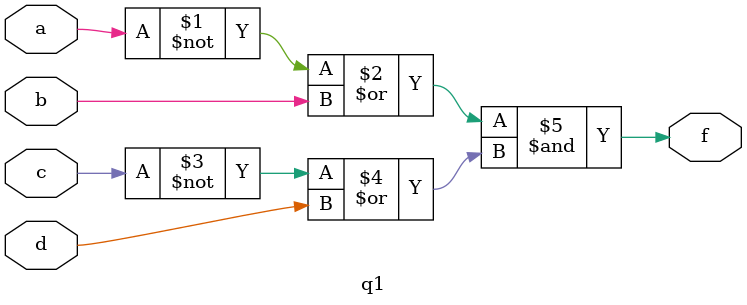
<source format=v>
module q1(a,b,c,d,f);
input a,b,c,d;
output f;
assign f=(~a|b)&(~c|d);
endmodule

</source>
